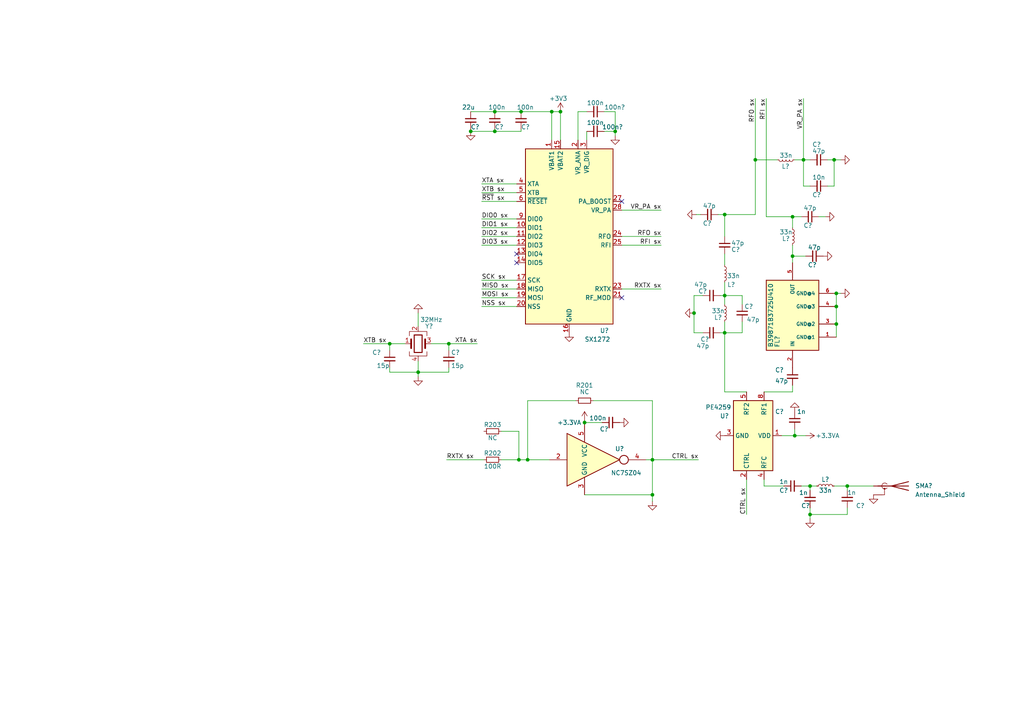
<source format=kicad_sch>
(kicad_sch (version 20230121) (generator eeschema)
  (paper "A4")
  (lib_symbols
    (symbol "74xGxx:NC7SVU04P5X"
      (property "Reference" "U" (at -5.08 10.16 0))
      (property "Value" "NC7SVU04P5X" (at 15.24 10.16 0))
      (symbol "NC7SVU04P5X_0_1"
        (polyline (pts (xy -5.08 7.62) (xy -5.08 -7.62) (xy 10.16 0) (xy -5.08 7.62)) (stroke (width 0.254)) (fill (type background)))
        (circle (center 11.43 0) (radius 1.27) (stroke (width 0.254)))
      )
      (symbol "NC7SVU04P5X_1_1"
        (pin no_connect line (at 10.16 0 180) (length 5.08) hide (name "NC") (number "1"))
        (pin input line (at -10.16 0 0) (length 5.08) (name "~") (number "2"))
        (pin power_in line (at 0 -10.16 90) (length 5.08) (name "GND") (number "3"))
        (pin output line (at 17.78 0 180) (length 5.08) (name "~") (number "4"))
        (pin power_in line (at 0 10.16 270) (length 5.08) (name "VCC") (number "5"))
      )
    )
    (symbol "Collins_Custom_Libs:RF_SWITCH_PE4259"
      (property "Reference" "U" (at -10.16 11.43 0))
      (property "Value" "PE4259" (at 1.27 10.16 0))
      (symbol "RF_SWITCH_PE4259_0_0"
        (rectangle (start -10.16 7.62) (end 10.16 -3.81) (stroke (width 0.254)) (fill (type background)))
      )
      (symbol "RF_SWITCH_PE4259_1_1"
        (pin power_in line (at 0 10.16 270) (length 2.54) (name "VDD") (number "1"))
        (pin input line (at -12.7 0 0) (length 2.54) (name "CTRL") (number "2"))
        (pin power_in line (at 0 -6.35 90) (length 2.54) (name "GND") (number "3"))
        (pin passive line (at -12.7 5.08 0) (length 2.54) (name "RFC") (number "4"))
        (pin passive line (at 12.7 0 180) (length 2.54) (name "RF2") (number "5"))
        (pin passive line (at 12.7 5.08 180) (length 2.54) (name "RF1") (number "8"))
      )
    )
    (symbol "Device:Antenna_Shield" (pin_numbers hide) (pin_names (offset 1.016) hide)
      (property "Reference" "AE" (at -1.905 4.445 0))
      (property "Value" "Antenna_Shield" (at -1.905 2.54 0))
      (symbol "Antenna_Shield_0_1"
        (arc (start -0.508 -1.143) (mid -0.8429 -2.1194) (end 0 -2.667))
        (arc (start 0 -2.667) (mid 0.7989 -2.1052) (end 0.508 -1.143))
        (polyline (pts (xy 0 -2.54) (xy 0 0)))
        (polyline (pts (xy 0 5.08) (xy 0 -3.81)) (stroke (width 0.254)))
        (polyline (pts (xy 0.762 -1.905) (xy 2.54 -1.905)))
        (polyline (pts (xy 2.54 -2.54) (xy 2.54 -1.905)))
        (polyline (pts (xy 1.27 5.08) (xy 0 0) (xy -1.27 5.08)) (stroke (width 0.254)))
        (circle (center 0.762 -1.905) (radius 0.1778) (fill (type outline)))
      )
      (symbol "Antenna_Shield_1_1"
        (pin input line (at 0 -5.08 90) (length 2.54) (name "A") (number "1"))
        (pin input line (at 2.54 -5.08 90) (length 2.54) (name "Shield") (number "2"))
      )
    )
    (symbol "Device:C_Small" (pin_numbers hide) (pin_names (offset 0.254) hide)
      (property "Reference" "C" (at 0.254 1.778 0))
      (property "Value" "C_Small" (at 0.254 -2.032 0))
      (symbol "C_Small_0_1"
        (polyline (pts (xy -1.524 -0.508) (xy 1.524 -0.508)) (stroke (width 0.3302)))
        (polyline (pts (xy -1.524 0.508) (xy 1.524 0.508)) (stroke (width 0.3048)))
      )
      (symbol "C_Small_1_1"
        (pin passive line (at 0 2.54 270) (length 2.032) (name "~") (number "1"))
        (pin passive line (at 0 -2.54 90) (length 2.032) (name "~") (number "2"))
      )
    )
    (symbol "Device:Crystal_GND24" (pin_names (offset 1.016) hide)
      (property "Reference" "Y" (at 3.175 5.08 0))
      (property "Value" "Crystal_GND24" (at 3.175 3.175 0))
      (symbol "Crystal_GND24_0_1"
        (rectangle (start -1.143 2.54) (end 1.143 -2.54) (stroke (width 0.3048)))
        (polyline (pts (xy -2.54 0) (xy -2.032 0)))
        (polyline (pts (xy -2.032 -1.27) (xy -2.032 1.27)) (stroke (width 0.508)))
        (polyline (pts (xy 0 -3.81) (xy 0 -3.556)))
        (polyline (pts (xy 0 3.556) (xy 0 3.81)))
        (polyline (pts (xy 2.032 -1.27) (xy 2.032 1.27)) (stroke (width 0.508)))
        (polyline (pts (xy 2.032 0) (xy 2.54 0)))
        (polyline (pts (xy -2.54 -2.286) (xy -2.54 -3.556) (xy 2.54 -3.556) (xy 2.54 -2.286)))
        (polyline (pts (xy -2.54 2.286) (xy -2.54 3.556) (xy 2.54 3.556) (xy 2.54 2.286)))
      )
      (symbol "Crystal_GND24_1_1"
        (pin passive line (at -3.81 0 0) (length 1.27) (name "1") (number "1"))
        (pin passive line (at 0 5.08 270) (length 1.27) (name "2") (number "2"))
        (pin passive line (at 3.81 0 180) (length 1.27) (name "3") (number "3"))
        (pin passive line (at 0 -5.08 90) (length 1.27) (name "4") (number "4"))
      )
    )
    (symbol "Device:L_Small" (pin_numbers hide) (pin_names (offset 0.254) hide)
      (property "Reference" "L" (at 0.762 1.016 0))
      (property "Value" "L_Small" (at 0.762 -1.016 0))
      (symbol "L_Small_0_1"
        (arc (start 0 -2.032) (mid 0.5058 -1.524) (end 0 -1.016))
        (arc (start 0 -1.016) (mid 0.5058 -0.508) (end 0 0))
        (arc (start 0 0) (mid 0.5058 0.508) (end 0 1.016))
        (arc (start 0 1.016) (mid 0.5058 1.524) (end 0 2.032))
      )
      (symbol "L_Small_1_1"
        (pin passive line (at 0 2.54 270) (length 0.508) (name "~") (number "1"))
        (pin passive line (at 0 -2.54 90) (length 0.508) (name "~") (number "2"))
      )
    )
    (symbol "Device:R_Small" (pin_numbers hide) (pin_names (offset 0.254) hide)
      (property "Reference" "R" (at 0.762 0.508 0))
      (property "Value" "R_Small" (at 0.762 -1.016 0))
      (symbol "R_Small_0_1"
        (rectangle (start -0.762 1.778) (end 0.762 -1.778) (stroke (width 0.2032)))
      )
      (symbol "R_Small_1_1"
        (pin passive line (at 0 2.54 270) (length 0.762) (name "~") (number "1"))
        (pin passive line (at 0 -2.54 90) (length 0.762) (name "~") (number "2"))
      )
    )
    (symbol "RF:SX1272"
      (property "Reference" "U" (at 13.97 24.13 0))
      (property "Value" "SX1272" (at 13.97 21.59 0))
      (symbol "SX1272_0_1"
        (rectangle (start -12.7 25.4) (end 12.7 -25.4) (stroke (width 0.254)) (fill (type background)))
      )
      (symbol "SX1272_1_1"
        (pin power_in line (at -5.08 27.94 270) (length 2.54) (name "VBAT1") (number "1"))
        (pin bidirectional line (at -15.24 2.54 0) (length 2.54) (name "DIO1") (number "10"))
        (pin bidirectional line (at -15.24 0 0) (length 2.54) (name "DIO2") (number "11"))
        (pin bidirectional line (at -15.24 -2.54 0) (length 2.54) (name "DIO3") (number "12"))
        (pin bidirectional line (at -15.24 -5.08 0) (length 2.54) (name "DIO4") (number "13"))
        (pin bidirectional line (at -15.24 -7.62 0) (length 2.54) (name "DIO5") (number "14"))
        (pin power_in line (at -2.54 27.94 270) (length 2.54) (name "VBAT2") (number "15"))
        (pin power_in line (at 0 -27.94 90) (length 2.54) (name "GND") (number "16"))
        (pin input line (at -15.24 -12.7 0) (length 2.54) (name "SCK") (number "17"))
        (pin output line (at -15.24 -15.24 0) (length 2.54) (name "MISO") (number "18"))
        (pin input line (at -15.24 -17.78 0) (length 2.54) (name "MOSI") (number "19"))
        (pin power_in line (at 2.54 27.94 270) (length 2.54) (name "VR_ANA") (number "2"))
        (pin input line (at -15.24 -20.32 0) (length 2.54) (name "NSS") (number "20"))
        (pin output line (at 15.24 -17.78 180) (length 2.54) (name "RF_MOD") (number "21"))
        (pin passive line (at 0 -27.94 90) (length 2.54) hide (name "GND") (number "22"))
        (pin output line (at 15.24 -15.24 180) (length 2.54) (name "RXTX") (number "23"))
        (pin output line (at 15.24 0 180) (length 2.54) (name "RFO") (number "24"))
        (pin input line (at 15.24 -2.54 180) (length 2.54) (name "RFI") (number "25"))
        (pin passive line (at 0 -27.94 90) (length 2.54) hide (name "GND") (number "26"))
        (pin power_out line (at 15.24 10.16 180) (length 2.54) (name "PA_BOOST") (number "27"))
        (pin power_out line (at 15.24 7.62 180) (length 2.54) (name "VR_PA") (number "28"))
        (pin passive line (at 0 -27.94 90) (length 2.54) hide (name "GND") (number "29"))
        (pin power_in line (at 5.08 27.94 270) (length 2.54) (name "VR_DIG") (number "3"))
        (pin bidirectional line (at -15.24 15.24 0) (length 2.54) (name "XTA") (number "4"))
        (pin bidirectional line (at -15.24 12.7 0) (length 2.54) (name "XTB") (number "5"))
        (pin input line (at -15.24 10.16 0) (length 2.54) (name "~{RESET}") (number "6"))
        (pin no_connect line (at 12.7 -7.62 180) (length 2.54) hide (name "NC") (number "7"))
        (pin no_connect line (at 12.7 -5.08 180) (length 2.54) hide (name "NC") (number "8"))
        (pin bidirectional line (at -15.24 5.08 0) (length 2.54) (name "DIO0") (number "9"))
      )
    )
    (symbol "Saw_Filter_B39871B3725U410:B39871B3725U410" (pin_names (offset 1.016))
      (property "Reference" "FL" (at -10.1691 8.3895 0))
      (property "Value" "B39871B3725U410" (at -10.1747 -9.666 0))
      (symbol "B39871B3725U410_0_0"
        (rectangle (start -10.16 7.62) (end 10.16 -7.62) (stroke (width 0.254)) (fill (type background)))
        (pin power_in line (at -6.35 12.7 270) (length 5.08) (name "GND@1") (number "1"))
        (pin input line (at -15.24 0 0) (length 5.08) (name "IN") (number "2"))
        (pin power_in line (at -2.54 12.7 270) (length 5.08) (name "GND@2") (number "3"))
        (pin power_in line (at 2.54 12.7 270) (length 5.08) (name "GND@3") (number "4"))
        (pin output line (at 15.24 0 180) (length 5.08) (name "OUT") (number "5"))
        (pin power_in line (at 6.35 12.7 270) (length 5.08) (name "GND@4") (number "6"))
      )
    )
    (symbol "power:+3.3VA" (power) (pin_names (offset 0))
      (property "Value" "+3.3VA" (at 0 3.556 0))
      (symbol "+3.3VA_0_1"
        (polyline (pts (xy -0.762 1.27) (xy 0 2.54)))
        (polyline (pts (xy 0 0) (xy 0 2.54)))
        (polyline (pts (xy 0 2.54) (xy 0.762 1.27)))
      )
      (symbol "+3.3VA_1_1"
        (pin power_in line (at 0 0 90) (length 0) hide (name "+3.3VA") (number "1"))
      )
    )
    (symbol "power:+3V3" (power) (pin_names (offset 0))
      (property "Value" "+3V3" (at 0 3.556 0))
      (symbol "+3V3_0_1"
        (polyline (pts (xy -0.762 1.27) (xy 0 2.54)))
        (polyline (pts (xy 0 0) (xy 0 2.54)))
        (polyline (pts (xy 0 2.54) (xy 0.762 1.27)))
      )
      (symbol "+3V3_1_1"
        (pin power_in line (at 0 0 90) (length 0) hide (name "+3V3") (number "1"))
      )
    )
    (symbol "power:GND" (power) (pin_names (offset 0))
      (property "Value" "GND" (at 0 -3.81 0))
      (symbol "GND_0_1"
        (polyline (pts (xy 0 0) (xy 0 -1.27) (xy 1.27 -1.27) (xy 0 -2.54) (xy -1.27 -1.27) (xy 0 -1.27)))
      )
      (symbol "GND_1_1"
        (pin power_in line (at 0 0 270) (length 0) hide (name "GND") (number "1"))
      )
    )
  )
  (junction (at 229.87 74.295))
  (junction (at 210.185 62.23))
  (junction (at 242.57 93.98))
  (junction (at 242.57 88.9))
  (junction (at 162.56 32.385))
  (junction (at 189.23 143.51))
  (junction (at 143.51 38.1))
  (junction (at 234.95 149.225))
  (junction (at 233.045 46.355))
  (junction (at 201.295 90.805))
  (junction (at 136.525 38.1))
  (junction (at 230.505 126.365))
  (junction (at 151.13 32.385))
  (junction (at 113.03 99.695))
  (junction (at 189.23 133.35))
  (junction (at 242.57 85.09))
  (junction (at 169.545 122.555))
  (junction (at 150.495 133.35))
  (junction (at 153.035 133.35))
  (junction (at 210.185 85.725))
  (junction (at 229.87 62.865))
  (junction (at 241.935 46.355))
  (junction (at 130.175 99.695))
  (junction (at 245.745 140.97))
  (junction (at 178.435 38.1))
  (junction (at 160.02 32.385))
  (junction (at 234.95 140.97))
  (junction (at 121.285 107.95))
  (junction (at 210.185 96.52))
  (junction (at 219.075 46.355))
  (junction (at 143.51 32.385))
  (no_connect (at 180.34 58.42))
  (no_connect (at 180.34 86.36))
  (no_connect (at 149.86 76.2))
  (no_connect (at 149.86 73.66))
  (wire (pts (xy 175.26 32.385) (xy 178.435 32.385)))
  (wire (pts (xy 245.745 147.32) (xy 245.745 149.225)))
  (wire (pts (xy 139.7 68.58) (xy 149.86 68.58)))
  (wire (pts (xy 159.385 133.35) (xy 153.035 133.35)))
  (wire (pts (xy 143.51 37.465) (xy 143.51 38.1)))
  (wire (pts (xy 210.185 73.66) (xy 210.185 76.835)))
  (wire (pts (xy 139.7 53.34) (xy 149.86 53.34)))
  (wire (pts (xy 139.7 88.9) (xy 149.86 88.9)))
  (wire (pts (xy 151.13 38.1) (xy 151.13 37.465)))
  (wire (pts (xy 242.57 88.9) (xy 242.57 93.98)))
  (wire (pts (xy 105.41 99.695) (xy 113.03 99.695)))
  (wire (pts (xy 210.185 96.52) (xy 210.185 113.665)))
  (wire (pts (xy 219.075 28.575) (xy 219.075 46.355)))
  (wire (pts (xy 234.95 140.97) (xy 234.95 142.24)))
  (wire (pts (xy 150.495 125.095) (xy 150.495 133.35)))
  (wire (pts (xy 215.265 85.725) (xy 210.185 85.725)))
  (wire (pts (xy 233.045 46.355) (xy 233.045 53.975)))
  (wire (pts (xy 153.035 116.205) (xy 153.035 133.35)))
  (wire (pts (xy 162.56 32.385) (xy 160.02 32.385)))
  (wire (pts (xy 241.935 140.97) (xy 245.745 140.97)))
  (wire (pts (xy 215.265 88.265) (xy 215.265 85.725)))
  (wire (pts (xy 234.95 149.225) (xy 234.95 150.495)))
  (wire (pts (xy 160.02 32.385) (xy 151.13 32.385)))
  (wire (pts (xy 139.7 55.88) (xy 149.86 55.88)))
  (wire (pts (xy 233.045 53.975) (xy 234.95 53.975)))
  (wire (pts (xy 225.425 46.355) (xy 219.075 46.355)))
  (wire (pts (xy 229.87 113.665) (xy 229.87 111.76)))
  (wire (pts (xy 113.03 99.695) (xy 113.03 101.6)))
  (wire (pts (xy 169.545 122.555) (xy 169.545 123.19)))
  (wire (pts (xy 210.185 81.915) (xy 210.185 85.725)))
  (wire (pts (xy 121.285 107.95) (xy 130.175 107.95)))
  (wire (pts (xy 121.285 90.805) (xy 121.285 94.615)))
  (wire (pts (xy 130.175 107.95) (xy 130.175 106.68)))
  (wire (pts (xy 210.185 93.345) (xy 210.185 96.52)))
  (wire (pts (xy 221.615 139.065) (xy 221.615 140.97)))
  (wire (pts (xy 229.87 74.295) (xy 229.87 76.2)))
  (wire (pts (xy 121.285 104.775) (xy 121.285 107.95)))
  (wire (pts (xy 222.25 28.575) (xy 222.25 62.865)))
  (wire (pts (xy 113.03 107.95) (xy 121.285 107.95)))
  (wire (pts (xy 201.295 96.52) (xy 203.835 96.52)))
  (wire (pts (xy 139.7 66.04) (xy 149.86 66.04)))
  (wire (pts (xy 221.615 113.665) (xy 229.87 113.665)))
  (wire (pts (xy 170.18 38.1) (xy 170.18 40.64)))
  (wire (pts (xy 210.185 85.725) (xy 208.915 85.725)))
  (wire (pts (xy 180.34 60.96) (xy 191.77 60.96)))
  (wire (pts (xy 139.7 58.42) (xy 149.86 58.42)))
  (wire (pts (xy 162.56 40.64) (xy 162.56 32.385)))
  (wire (pts (xy 129.54 133.35) (xy 140.335 133.35)))
  (wire (pts (xy 222.25 62.865) (xy 229.87 62.865)))
  (wire (pts (xy 169.545 122.555) (xy 174.625 122.555)))
  (wire (pts (xy 175.26 38.1) (xy 178.435 38.1)))
  (wire (pts (xy 130.175 99.695) (xy 138.43 99.695)))
  (wire (pts (xy 167.005 116.205) (xy 153.035 116.205)))
  (wire (pts (xy 117.475 99.695) (xy 113.03 99.695)))
  (wire (pts (xy 178.435 32.385) (xy 178.435 38.1)))
  (wire (pts (xy 216.535 113.665) (xy 210.185 113.665)))
  (wire (pts (xy 241.935 46.355) (xy 240.03 46.355)))
  (wire (pts (xy 130.175 99.695) (xy 125.095 99.695)))
  (wire (pts (xy 232.41 140.97) (xy 234.95 140.97)))
  (wire (pts (xy 130.175 101.6) (xy 130.175 99.695)))
  (wire (pts (xy 234.95 140.97) (xy 236.855 140.97)))
  (wire (pts (xy 189.23 133.35) (xy 202.565 133.35)))
  (wire (pts (xy 189.23 133.35) (xy 189.23 143.51)))
  (wire (pts (xy 233.68 74.295) (xy 229.87 74.295)))
  (wire (pts (xy 234.95 46.355) (xy 233.045 46.355)))
  (wire (pts (xy 136.525 32.385) (xy 143.51 32.385)))
  (wire (pts (xy 215.265 96.52) (xy 210.185 96.52)))
  (wire (pts (xy 233.68 126.365) (xy 230.505 126.365)))
  (wire (pts (xy 233.045 46.355) (xy 230.505 46.355)))
  (wire (pts (xy 167.64 40.64) (xy 167.64 32.385)))
  (wire (pts (xy 201.295 90.805) (xy 201.295 96.52)))
  (wire (pts (xy 187.325 133.35) (xy 189.23 133.35)))
  (wire (pts (xy 229.87 62.865) (xy 232.41 62.865)))
  (wire (pts (xy 143.51 38.1) (xy 151.13 38.1)))
  (wire (pts (xy 210.185 62.23) (xy 210.185 68.58)))
  (wire (pts (xy 221.615 140.97) (xy 227.33 140.97)))
  (wire (pts (xy 229.87 71.12) (xy 229.87 74.295)))
  (wire (pts (xy 139.7 81.28) (xy 149.86 81.28)))
  (wire (pts (xy 139.7 71.12) (xy 149.86 71.12)))
  (wire (pts (xy 240.03 53.975) (xy 241.935 53.975)))
  (wire (pts (xy 178.435 38.1) (xy 178.435 39.37)))
  (wire (pts (xy 180.34 71.12) (xy 191.77 71.12)))
  (wire (pts (xy 242.57 93.98) (xy 242.57 97.79)))
  (wire (pts (xy 139.7 86.36) (xy 149.86 86.36)))
  (wire (pts (xy 215.265 93.345) (xy 215.265 96.52)))
  (wire (pts (xy 172.085 116.205) (xy 189.23 116.205)))
  (wire (pts (xy 180.34 83.82) (xy 191.77 83.82)))
  (wire (pts (xy 201.295 85.725) (xy 201.295 90.805)))
  (wire (pts (xy 167.64 32.385) (xy 170.18 32.385)))
  (wire (pts (xy 216.535 139.065) (xy 216.535 149.225)))
  (wire (pts (xy 210.185 62.23) (xy 208.28 62.23)))
  (wire (pts (xy 239.395 62.865) (xy 237.49 62.865)))
  (wire (pts (xy 136.525 38.1) (xy 143.51 38.1)))
  (wire (pts (xy 113.03 107.95) (xy 113.03 106.68)))
  (wire (pts (xy 139.7 63.5) (xy 149.86 63.5)))
  (wire (pts (xy 203.835 85.725) (xy 201.295 85.725)))
  (wire (pts (xy 210.185 85.725) (xy 210.185 88.265)))
  (wire (pts (xy 230.505 126.365) (xy 226.695 126.365)))
  (wire (pts (xy 210.185 96.52) (xy 208.915 96.52)))
  (wire (pts (xy 189.23 143.51) (xy 189.23 145.415)))
  (wire (pts (xy 230.505 124.46) (xy 230.505 126.365)))
  (wire (pts (xy 153.035 133.35) (xy 150.495 133.35)))
  (wire (pts (xy 219.075 46.355) (xy 219.075 62.23)))
  (wire (pts (xy 203.2 62.23) (xy 201.93 62.23)))
  (wire (pts (xy 242.57 85.09) (xy 242.57 88.9)))
  (wire (pts (xy 139.7 83.82) (xy 149.86 83.82)))
  (wire (pts (xy 241.935 46.355) (xy 241.935 53.975)))
  (wire (pts (xy 160.02 32.385) (xy 160.02 40.64)))
  (wire (pts (xy 121.285 109.22) (xy 121.285 107.95)))
  (wire (pts (xy 169.545 121.92) (xy 169.545 122.555)))
  (wire (pts (xy 189.23 116.205) (xy 189.23 133.35)))
  (wire (pts (xy 169.545 143.51) (xy 189.23 143.51)))
  (wire (pts (xy 136.525 38.1) (xy 136.525 37.465)))
  (wire (pts (xy 145.415 125.095) (xy 150.495 125.095)))
  (wire (pts (xy 229.87 62.865) (xy 229.87 66.04)))
  (wire (pts (xy 233.045 28.575) (xy 233.045 46.355)))
  (wire (pts (xy 234.95 147.32) (xy 234.95 149.225)))
  (wire (pts (xy 245.745 140.97) (xy 245.745 142.24)))
  (wire (pts (xy 151.13 32.385) (xy 143.51 32.385)))
  (wire (pts (xy 150.495 133.35) (xy 145.415 133.35)))
  (wire (pts (xy 219.075 62.23) (xy 210.185 62.23)))
  (wire (pts (xy 243.84 85.09) (xy 242.57 85.09)))
  (wire (pts (xy 180.34 68.58) (xy 191.77 68.58)))
  (wire (pts (xy 234.95 149.225) (xy 245.745 149.225)))
  (wire (pts (xy 245.745 140.97) (xy 253.365 140.97)))
  (wire (pts (xy 243.84 46.355) (xy 241.935 46.355)))
  (label "RFI sx" (at 191.77 71.12 180))
  (label "RFO sx" (at 219.075 28.575 270))
  (label "NSS sx" (at 139.7 88.9 0))
  (label "XTB sx" (at 105.41 99.695 0))
  (label "DIO2 sx" (at 139.7 68.58 0))
  (label "XTA sx" (at 139.7 53.34 0))
  (label "SCK sx" (at 139.7 81.28 0))
  (label "~{RST} sx" (at 139.7 58.42 0))
  (label "XTA sx" (at 138.43 99.695 180))
  (label "DIO0 sx" (at 139.7 63.5 0))
  (label "RXTX sx" (at 191.77 83.82 180))
  (label "DIO1 sx" (at 139.7 66.04 0))
  (label "MOSI sx" (at 139.7 86.36 0))
  (label "VR_PA sx" (at 233.045 28.575 270))
  (label "DIO3 sx" (at 139.7 71.12 0))
  (label "CTRL sx" (at 216.535 149.225 90))
  (label "MISO sx" (at 139.7 83.82 0))
  (label "XTB sx" (at 139.7 55.88 0))
  (label "VR_PA sx" (at 191.77 60.96 180))
  (label "RFO sx" (at 191.77 68.58 180))
  (label "CTRL sx" (at 202.565 133.35 180))
  (label "RXTX sx" (at 129.54 133.35 0))
  (label "RFI sx" (at 222.25 28.575 270))
  (symbol (lib_id "Device:C_Small") (at 210.185 71.12 0) (unit 1)
    (property "Reference" "C?" (at 212.09 72.39 0) (effects (justify left)))
    (property "Value" "47p" (at 212.09 70.485 0) (effects (justify left)))
    (instances (project "LoRa_STM32_Board" (path "" (reference "C?") (unit 1)) (path "" (reference "C204") (unit 1))))
  )
  (symbol (lib_id "Device:C_Small") (at 130.175 104.14 0) (unit 1)
    (property "Reference" "C?" (at 130.81 102.235 0) (effects (justify left)))
    (property "Value" "15p" (at 130.81 106.045 0) (effects (justify left)))
    (instances (project "LoRa_STM32_Board" (path "" (reference "C?") (unit 1)) (path "" (reference "C216") (unit 1))))
  )
  (symbol (lib_id "Device:L_Small") (at 229.87 68.58 0) (unit 1)
    (property "Reference" "L?" (at 227.965 69.215 0))
    (property "Value" "33n" (at 227.965 67.31 0))
    (instances (project "LoRa_STM32_Board" (path "" (reference "L?") (unit 1)) (path "" (reference "L204") (unit 1))))
  )
  (symbol (lib_id "power:GND") (at 136.525 38.1 0) (unit 1)
    (property "Reference" "#PWR?" (effects hide))
    (property "Value" "GND" (effects hide))
    (instances (project "LoRa_STM32_Board" (path "" (reference "#PWR?") (unit 1)) (path "" (reference "#PWR0219") (unit 1))))
  )
  (symbol (lib_id "power:GND") (at 253.365 143.51 0) (unit 1)
    (property "Reference" "#PWR?" (effects hide))
    (property "Value" "GND" (effects hide))
    (instances (project "LoRa_STM32_Board" (path "" (reference "#PWR?") (unit 1)) (path "" (reference "#PWR0211") (unit 1))))
  )
  (symbol (lib_id "power:GND") (at 121.285 109.22 0) (unit 1)
    (property "Reference" "#PWR?" (effects hide))
    (property "Value" "GND" (effects hide))
    (instances (project "LoRa_STM32_Board" (path "" (reference "#PWR?") (unit 1)) (path "" (reference "#PWR0214") (unit 1))))
  )
  (symbol (lib_id "Device:C_Small") (at 229.87 109.22 0) (unit 1)
    (property "Reference" "C?" (at 224.79 107.315 0) (effects (justify left)))
    (property "Value" "47p" (at 224.79 110.49 0) (effects (justify left)))
    (instances (project "LoRa_STM32_Board" (path "" (reference "C?") (unit 1)) (path "" (reference "C206") (unit 1))))
  )
  (symbol (lib_id "RF:SX1272") (at 165.1 68.58 0) (unit 1)
    (property "Reference" "U?" (at 173.99 95.885 0) (effects (justify left)))
    (property "Value" "SX1272" (at 169.545 98.425 0) (effects (justify left)))
    (property "Footprint" "Package_DFN_QFN:QFN-28-1EP_6x6mm_P0.65mm_EP4.8x4.8mm" (effects hide))
    (property "Datasheet" "https://semtech.my.salesforce.com/sfc/p/#E0000000JelG/a/440000001NCE/v_VBhk1IolDgxwwnOpcS_vTFxPfSEPQbuneK3mWsXlU" (effects hide))
    (instances (project "LoRa_STM32_Board" (path "" (reference "U?") (unit 1)) (path "" (reference "U202") (unit 1))))
  )
  (symbol (lib_id "power:GND") (at 239.395 62.865 90) (unit 1)
    (property "Reference" "#PWR?" (effects hide))
    (property "Value" "GND" (effects hide))
    (instances (project "LoRa_STM32_Board" (path "" (reference "#PWR?") (unit 1)) (path "" (reference "#PWR0208") (unit 1))))
  )
  (symbol (lib_id "power:+3V3") (at 162.56 32.385 0) (unit 1)
    (property "Reference" "#PWR0220" (effects hide))
    (property "Value" "+3V3" (at 161.925 28.575 0))
  )
  (symbol (lib_id "Collins_Custom_Libs:RF_SWITCH_PE4259") (at 216.535 126.365 270) (mirror x) (unit 1)
    (property "Reference" "U?" (at 211.455 120.65 90) (effects (justify right)))
    (property "Value" "PE4259" (at 212.09 118.11 90) (effects (justify right)))
    (property "Footprint" "Package_DFN_QFN:DFN-6-1EP_2x2mm_P0.65mm_EP1x1.6mm" (effects hide))
    (property "Datasheet" "https://www.analog.com/media/en/technical-documentation/data-sheets/ADG918_919.pdf" (effects hide))
    (instances (project "LoRa_STM32_Board" (path "" (reference "U?") (unit 1)) (path "" (reference "U201") (unit 1))))
  )
  (symbol (lib_id "Device:L_Small") (at 227.965 46.355 270) (unit 1)
    (property "Reference" "L?" (at 226.695 48.26 90) (effects (justify left)))
    (property "Value" "33n" (at 226.06 45.085 90) (effects (justify left)))
    (instances (project "LoRa_STM32_Board" (path "" (reference "L?") (unit 1)) (path "" (reference "L203") (unit 1))))
  )
  (symbol (lib_id "power:GND") (at 201.295 90.805 270) (unit 1)
    (property "Reference" "#PWR?" (effects hide))
    (property "Value" "GND" (effects hide))
    (instances (project "LoRa_STM32_Board" (path "" (reference "#PWR?") (unit 1)) (path "" (reference "#PWR0201") (unit 1))))
  )
  (symbol (lib_id "Device:C_Small") (at 205.74 62.23 270) (unit 1)
    (property "Reference" "C?" (at 203.835 64.77 90) (effects (justify left)))
    (property "Value" "47p" (at 203.835 59.69 90) (effects (justify left)))
    (instances (project "LoRa_STM32_Board" (path "" (reference "C?") (unit 1)) (path "" (reference "C201") (unit 1))))
  )
  (symbol (lib_id "power:GND") (at 189.23 145.415 0) (unit 1)
    (property "Reference" "#PWR?" (effects hide))
    (property "Value" "GND" (effects hide))
    (instances (project "LoRa_STM32_Board" (path "" (reference "#PWR?") (unit 1)) (path "" (reference "#PWR0216") (unit 1))))
  )
  (symbol (lib_id "power:+3.3VA") (at 233.68 126.365 270) (unit 1)
    (property "Reference" "#PWR?" (effects hide))
    (property "Value" "+3.3VA" (at 240.03 126.365 90))
    (instances (project "LoRa_STM32_Board" (path "" (reference "#PWR?") (unit 1)) (path "" (reference "#PWR0205") (unit 1))))
  )
  (symbol (lib_id "Device:C_Small") (at 230.505 121.92 0) (unit 1)
    (property "Reference" "C?" (at 224.79 119.38 0) (effects (justify left)))
    (property "Value" "1n" (at 231.14 119.38 0) (effects (justify left)))
    (instances (project "LoRa_STM32_Board" (path "" (reference "C?") (unit 1)) (path "" (reference "C208") (unit 1))))
  )
  (symbol (lib_id "power:GND") (at 121.285 90.805 180) (unit 1)
    (property "Reference" "#PWR?" (effects hide))
    (property "Value" "GND" (effects hide))
    (instances (project "LoRa_STM32_Board" (path "" (reference "#PWR?") (unit 1)) (path "" (reference "#PWR0213") (unit 1))))
  )
  (symbol (lib_id "Device:C_Small") (at 143.51 34.925 0) (unit 1)
    (property "Reference" "C?" (at 143.51 36.83 0) (effects (justify left)))
    (property "Value" "100n" (at 141.605 31.115 0) (effects (justify left)))
    (instances (project "LoRa_STM32_Board" (path "" (reference "C?") (unit 1)) (path "" (reference "C219") (unit 1))))
  )
  (symbol (lib_id "power:GND") (at 179.705 122.555 90) (unit 1)
    (property "Reference" "#PWR?" (effects hide))
    (property "Value" "GND" (effects hide))
    (instances (project "LoRa_STM32_Board" (path "" (reference "#PWR?") (unit 1)) (path "" (reference "#PWR0218") (unit 1))))
  )
  (symbol (lib_id "Device:C_Small") (at 215.265 90.805 0) (unit 1)
    (property "Reference" "C?" (at 215.9 88.9 0) (effects (justify left)))
    (property "Value" "47p" (at 216.535 92.71 0) (effects (justify left)))
    (instances (project "LoRa_STM32_Board" (path "" (reference "C?") (unit 1)) (path "" (reference "C205") (unit 1))))
  )
  (symbol (lib_id "Device:C_Small") (at 234.95 62.865 270) (unit 1)
    (property "Reference" "C?" (at 233.045 65.405 90) (effects (justify left)))
    (property "Value" "47p" (at 233.045 60.325 90) (effects (justify left)))
    (instances (project "LoRa_STM32_Board" (path "" (reference "C?") (unit 1)) (path "" (reference "C209") (unit 1))))
  )
  (symbol (lib_id "power:GND") (at 230.505 119.38 180) (unit 1)
    (property "Reference" "#PWR?" (effects hide))
    (property "Value" "GND" (effects hide))
    (instances (project "LoRa_STM32_Board" (path "" (reference "#PWR?") (unit 1)) (path "" (reference "#PWR0204") (unit 1))))
  )
  (symbol (lib_id "Device:C_Small") (at 172.72 32.385 270) (unit 1)
    (property "Reference" "100n?" (at 175.26 31.115 90) (effects (justify left)))
    (property "Value" "100n" (at 170.18 29.845 90) (effects (justify left)))
    (instances (project "LoRa_STM32_Board" (path "" (reference "100n?") (unit 1)) (path "" (reference "100n201") (unit 1))))
  )
  (symbol (lib_id "power:GND") (at 234.95 150.495 0) (unit 1)
    (property "Reference" "#PWR?" (effects hide))
    (property "Value" "GND" (effects hide))
    (instances (project "LoRa_STM32_Board" (path "" (reference "#PWR?") (unit 1)) (path "" (reference "#PWR0206") (unit 1))))
  )
  (symbol (lib_id "Device:C_Small") (at 234.95 144.78 180) (unit 1)
    (property "Reference" "C?" (at 234.95 146.685 0) (effects (justify left)))
    (property "Value" "1n" (at 234.315 142.875 0) (effects (justify left)))
    (instances (project "LoRa_STM32_Board" (path "" (reference "C?") (unit 1)) (path "" (reference "C210") (unit 1))))
  )
  (symbol (lib_id "power:GND") (at 178.435 39.37 0) (unit 1)
    (property "Reference" "#PWR?" (effects hide))
    (property "Value" "GND" (effects hide))
    (instances (project "LoRa_STM32_Board" (path "" (reference "#PWR?") (unit 1)) (path "" (reference "#PWR0215") (unit 1))))
  )
  (symbol (lib_id "Device:C_Small") (at 237.49 46.355 270) (unit 1)
    (property "Reference" "C?" (at 235.585 41.91 90) (effects (justify left)))
    (property "Value" "47p" (at 235.585 43.815 90) (effects (justify left)))
    (instances (project "LoRa_STM32_Board" (path "" (reference "C?") (unit 1)) (path "" (reference "C212") (unit 1))))
  )
  (symbol (lib_id "power:GND") (at 243.84 46.355 90) (unit 1)
    (property "Reference" "#PWR?" (effects hide))
    (property "Value" "GND" (effects hide))
    (instances (project "LoRa_STM32_Board" (path "" (reference "#PWR?") (unit 1)) (path "" (reference "#PWR0209") (unit 1))))
  )
  (symbol (lib_id "Device:C_Small") (at 136.525 34.925 0) (unit 1)
    (property "Reference" "C?" (at 136.525 36.83 0) (effects (justify left)))
    (property "Value" "22u" (at 133.985 31.115 0) (effects (justify left)))
    (instances (project "LoRa_STM32_Board" (path "" (reference "C?") (unit 1)) (path "" (reference "C220") (unit 1))))
  )
  (symbol (lib_id "Saw_Filter_B39871B3725U410:B39871B3725U410") (at 229.87 91.44 270) (mirror x) (unit 1)
    (property "Reference" "FL?" (at 225.425 99.06 0))
    (property "Value" "B39871B3725U410" (at 223.52 91.44 0))
    (property "Footprint" "MyLibrary:Filter_SAW_SON120P300X300X110-6N" (effects hide))
    (property "Datasheet" "https://eu.mouser.com/datasheet/2/842/tdkc_s_a0001072836_1-2295353.pdf" (effects hide))
    (property "MANUFACTURER" "EPCOS" (effects hide))
    (instances (project "LoRa_STM32_Board" (path "" (reference "FL?") (unit 1)) (path "" (reference "FL201") (unit 1))))
  )
  (symbol (lib_id "Device:C_Small") (at 206.375 96.52 90) (unit 1)
    (property "Reference" "C?" (at 205.74 98.425 90) (effects (justify left)))
    (property "Value" "47p" (at 205.74 100.33 90) (effects (justify left)))
    (instances (project "LoRa_STM32_Board" (path "" (reference "C?") (unit 1)) (path "" (reference "C203") (unit 1))))
  )
  (symbol (lib_id "Device:L_Small") (at 210.185 79.375 0) (unit 1)
    (property "Reference" "L?" (at 212.09 82.55 0))
    (property "Value" "33n" (at 212.725 80.01 0))
    (instances (project "LoRa_STM32_Board" (path "" (reference "L?") (unit 1)) (path "" (reference "L201") (unit 1))))
  )
  (symbol (lib_id "Device:Antenna_Shield") (at 258.445 140.97 270) (unit 1)
    (property "Reference" "SMA?" (at 265.43 140.9065 90) (effects (justify left)))
    (property "Value" "Antenna_Shield" (at 265.43 143.4465 90) (effects (justify left)))
    (instances (project "LoRa_STM32_Board" (path "" (reference "SMA?") (unit 1)) (path "" (reference "SMA201") (unit 1))))
  )
  (symbol (lib_id "74xGxx:NC7SVU04P5X") (at 169.545 133.35 0) (unit 1)
    (property "Reference" "U?" (at 179.705 130.175 0))
    (property "Value" "NC7SZ04" (at 181.61 137.16 0))
    (property "Footprint" "Package_TO_SOT_SMD:SOT-353_SC-70-5" (effects hide))
    (property "Datasheet" "https://www.onsemi.com/pub/Collateral/NC7SVU04-D.pdf" (effects hide))
    (instances (project "LoRa_STM32_Board" (path "" (reference "U?") (unit 1)) (path "" (reference "U203") (unit 1))))
  )
  (symbol (lib_id "Device:R_Small") (at 142.875 133.35 90) (unit 1)
    (property "Reference" "R202" (at 142.875 131.445 90))
    (property "Value" "100R" (at 142.875 135.255 90))
  )
  (symbol (lib_id "Device:C_Small") (at 177.165 122.555 90) (unit 1)
    (property "Reference" "C?" (at 176.53 124.46 90) (effects (justify left)))
    (property "Value" "100n" (at 175.895 121.285 90) (effects (justify left)))
    (instances (project "LoRa_STM32_Board" (path "" (reference "C?") (unit 1)) (path "" (reference "C217") (unit 1))))
  )
  (symbol (lib_id "Device:L_Small") (at 210.185 90.805 0) (unit 1)
    (property "Reference" "L?" (at 208.28 92.075 0))
    (property "Value" "33n" (at 208.28 90.17 0))
    (instances (project "LoRa_STM32_Board" (path "" (reference "L?") (unit 1)) (path "" (reference "L202") (unit 1))))
  )
  (symbol (lib_id "power:GND") (at 210.185 126.365 270) (unit 1)
    (property "Reference" "#PWR?" (effects hide))
    (property "Value" "GND" (effects hide))
    (instances (project "LoRa_STM32_Board" (path "" (reference "#PWR?") (unit 1)) (path "" (reference "#PWR0203") (unit 1))))
  )
  (symbol (lib_id "Device:C_Small") (at 151.13 34.925 0) (unit 1)
    (property "Reference" "C?" (at 151.13 36.83 0) (effects (justify left)))
    (property "Value" "100n" (at 149.86 31.115 0) (effects (justify left)))
    (instances (project "LoRa_STM32_Board" (path "" (reference "C?") (unit 1)) (path "" (reference "C218") (unit 1))))
  )
  (symbol (lib_id "Device:Crystal_GND24") (at 121.285 99.695 0) (unit 1)
    (property "Reference" "Y?" (at 124.46 94.615 0))
    (property "Value" "32MHz" (at 125.095 92.71 0))
    (instances (project "LoRa_STM32_Board" (path "" (reference "Y?") (unit 1)) (path "" (reference "Y201") (unit 1))))
  )
  (symbol (lib_id "Device:C_Small") (at 229.87 140.97 90) (unit 1)
    (property "Reference" "C?" (at 228.6 142.24 90) (effects (justify left)))
    (property "Value" "1n" (at 228.6 139.7 90) (effects (justify left)))
    (instances (project "LoRa_STM32_Board" (path "" (reference "C?") (unit 1)) (path "" (reference "C207") (unit 1))))
  )
  (symbol (lib_id "Device:C_Small") (at 237.49 53.975 270) (unit 1)
    (property "Reference" "C?" (at 235.585 56.515 90) (effects (justify left)))
    (property "Value" "10n" (at 235.585 51.435 90) (effects (justify left)))
    (instances (project "LoRa_STM32_Board" (path "" (reference "C?") (unit 1)) (path "" (reference "C213") (unit 1))))
  )
  (symbol (lib_id "Device:L_Small") (at 239.395 140.97 90) (unit 1)
    (property "Reference" "L?" (at 239.395 139.065 90))
    (property "Value" "33n" (at 239.395 142.24 90))
    (instances (project "LoRa_STM32_Board" (path "" (reference "L?") (unit 1)) (path "" (reference "L205") (unit 1))))
  )
  (symbol (lib_id "Device:C_Small") (at 236.22 74.295 270) (unit 1)
    (property "Reference" "C?" (at 234.315 76.835 90) (effects (justify left)))
    (property "Value" "47p" (at 234.315 71.755 90) (effects (justify left)))
    (instances (project "LoRa_STM32_Board" (path "" (reference "C?") (unit 1)) (path "" (reference "C211") (unit 1))))
  )
  (symbol (lib_id "Device:C_Small") (at 113.03 104.14 0) (unit 1)
    (property "Reference" "C?" (at 107.95 102.235 0) (effects (justify left)))
    (property "Value" "15p" (at 109.22 106.045 0) (effects (justify left)))
    (instances (project "LoRa_STM32_Board" (path "" (reference "C?") (unit 1)) (path "" (reference "C215") (unit 1))))
  )
  (symbol (lib_id "power:GND") (at 201.93 62.23 270) (unit 1)
    (property "Reference" "#PWR?" (effects hide))
    (property "Value" "GND" (effects hide))
    (instances (project "LoRa_STM32_Board" (path "" (reference "#PWR?") (unit 1)) (path "" (reference "#PWR0202") (unit 1))))
  )
  (symbol (lib_id "Device:C_Small") (at 245.745 144.78 180) (unit 1)
    (property "Reference" "C?" (at 250.825 146.685 0) (effects (justify left)))
    (property "Value" "1n" (at 248.285 142.875 0) (effects (justify left)))
    (instances (project "LoRa_STM32_Board" (path "" (reference "C?") (unit 1)) (path "" (reference "C214") (unit 1))))
  )
  (symbol (lib_id "Device:C_Small") (at 206.375 85.725 90) (unit 1)
    (property "Reference" "C?" (at 205.105 84.455 90) (effects (justify left)))
    (property "Value" "47p" (at 205.105 82.55 90) (effects (justify left)))
    (instances (project "LoRa_STM32_Board" (path "" (reference "C?") (unit 1)) (path "" (reference "C202") (unit 1))))
  )
  (symbol (lib_id "Device:R_Small") (at 142.875 125.095 90) (unit 1)
    (property "Reference" "R203" (at 142.875 123.19 90))
    (property "Value" "NC" (at 142.875 127 90))
  )
  (symbol (lib_id "Device:C_Small") (at 172.72 38.1 270) (unit 1)
    (property "Reference" "100n?" (at 174.625 36.83 90) (effects (justify left)))
    (property "Value" "100n" (at 170.18 35.56 90) (effects (justify left)))
    (instances (project "LoRa_STM32_Board" (path "" (reference "100n?") (unit 1)) (path "" (reference "100n202") (unit 1))))
  )
  (symbol (lib_id "power:GND") (at 238.76 74.295 90) (unit 1)
    (property "Reference" "#PWR?" (effects hide))
    (property "Value" "GND" (effects hide))
    (instances (project "LoRa_STM32_Board" (path "" (reference "#PWR?") (unit 1)) (path "" (reference "#PWR0207") (unit 1))))
  )
  (symbol (lib_id "Device:R_Small") (at 169.545 116.205 90) (unit 1)
    (property "Reference" "R201" (at 169.545 111.76 90))
    (property "Value" "NC" (at 169.545 113.665 90))
  )
  (symbol (lib_id "power:GND") (at 243.84 85.09 90) (unit 1)
    (property "Reference" "#PWR?" (effects hide))
    (property "Value" "GND" (effects hide))
    (instances (project "LoRa_STM32_Board" (path "" (reference "#PWR?") (unit 1)) (path "" (reference "#PWR0210") (unit 1))))
  )
  (symbol (lib_id "power:+3.3VA") (at 169.545 121.92 0) (unit 1)
    (property "Reference" "#PWR?" (effects hide))
    (property "Value" "+3.3VA" (at 165.1 122.555 0))
    (instances (project "LoRa_STM32_Board" (path "" (reference "#PWR?") (unit 1)) (path "" (reference "#PWR0217") (unit 1))))
  )
  (symbol (lib_id "power:GND") (at 165.1 96.52 0) (unit 1)
    (property "Reference" "#PWR?" (effects hide))
    (property "Value" "GND" (effects hide))
    (instances (project "LoRa_STM32_Board" (path "" (reference "#PWR?") (unit 1)) (path "" (reference "#PWR0212") (unit 1))))
  )
)
</source>
